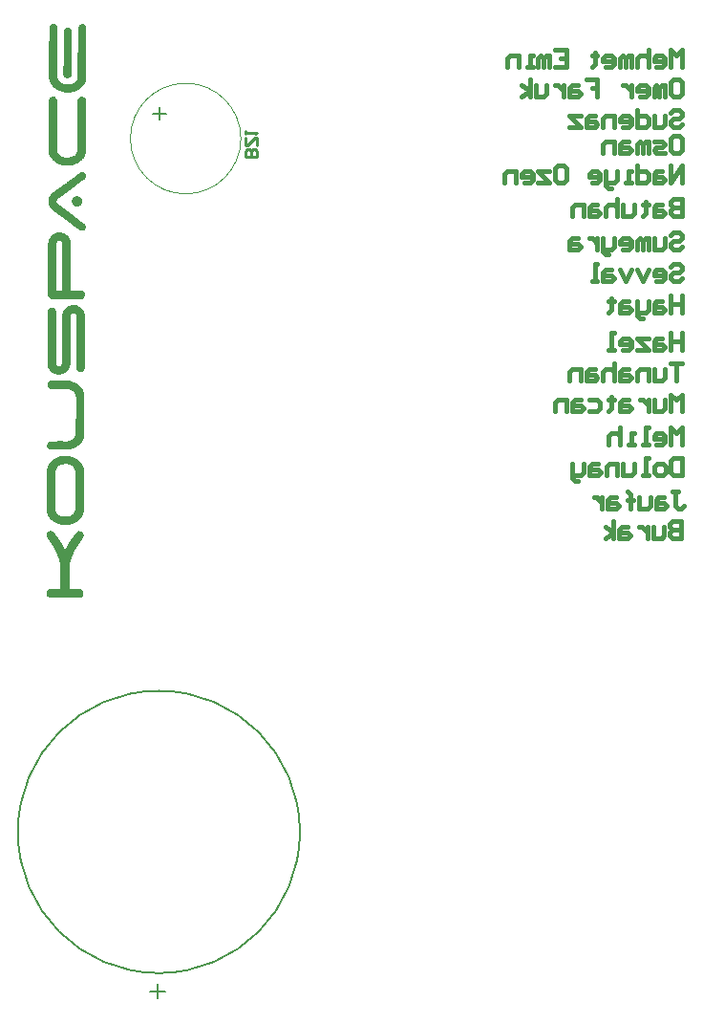
<source format=gbo>
G04*
G04 #@! TF.GenerationSoftware,Altium Limited,Altium Designer,22.9.1 (49)*
G04*
G04 Layer_Color=32896*
%FSLAX25Y25*%
%MOIN*%
G70*
G04*
G04 #@! TF.SameCoordinates,5637A8B9-9DC4-41E7-96B4-60DE8AE1DB3B*
G04*
G04*
G04 #@! TF.FilePolarity,Positive*
G04*
G01*
G75*
%ADD10C,0.00787*%
%ADD11C,0.00394*%
%ADD13C,0.01575*%
%ADD15C,0.01000*%
G36*
X13949Y171848D02*
X13927Y171781D01*
X13882Y171670D01*
X13837Y171625D01*
X13793Y171447D01*
X13704Y171246D01*
X13681Y171157D01*
X13614Y171001D01*
X13592Y170912D01*
X13503Y170823D01*
X13481Y170599D01*
X13391Y170510D01*
X13369Y170198D01*
X13280Y170109D01*
X13258Y169819D01*
X13191Y169752D01*
X13168Y169596D01*
X13146Y169328D01*
X13102Y169306D01*
X13057Y169194D01*
X13079Y169038D01*
X13057Y168971D01*
X13035Y168771D01*
X12968Y168726D01*
X12945Y167946D01*
X12856Y167745D01*
X12845Y160151D01*
X12867Y160084D01*
X12957Y160062D01*
X13113Y160084D01*
X16436Y160062D01*
X16592Y159995D01*
X16859Y159973D01*
X16971Y159861D01*
X17105Y159839D01*
X17138Y159805D01*
X17149Y159772D01*
X17261Y159705D01*
X17328Y159638D01*
X17428Y159582D01*
X17473Y159471D01*
X17562Y159382D01*
X17584Y159337D01*
X17651Y159270D01*
X17696Y159092D01*
X17763Y159025D01*
X17785Y158869D01*
X17763Y158088D01*
X17729Y158055D01*
X17684Y158032D01*
X17651Y157865D01*
X17562Y157776D01*
X17528Y157653D01*
X17495Y157642D01*
X17473Y157597D01*
X17395Y157497D01*
X17350Y157475D01*
X17305Y157408D01*
X17194Y157363D01*
X17149Y157319D01*
X17004Y157241D01*
X16993Y157207D01*
X16904Y157185D01*
X16759Y157129D01*
X16726Y157096D01*
X16502Y157073D01*
X9567Y157096D01*
X9500Y157118D01*
X5954Y157140D01*
X5887Y157162D01*
X5720Y157196D01*
X5641Y157296D01*
X5485Y157319D01*
X5430Y157397D01*
X5318Y157441D01*
X5262Y157497D01*
X5162Y157553D01*
X5117Y157664D01*
X5051Y157731D01*
X4995Y157832D01*
X4950Y157854D01*
X4872Y157977D01*
X4828Y158088D01*
X4850Y159203D01*
X4894Y159248D01*
X4972Y159415D01*
X5017Y159437D01*
X5073Y159515D01*
X5418Y159861D01*
X5530Y159928D01*
X5641Y159973D01*
X5764Y160006D01*
X5820Y160062D01*
X5976Y160084D01*
X6065Y160106D01*
X9734Y160095D01*
X9756Y160162D01*
X9779Y163797D01*
X9756Y168481D01*
X9645Y168592D01*
X9622Y169150D01*
X9533Y169239D01*
X9511Y169618D01*
X9444Y169685D01*
X9422Y169841D01*
X9399Y170042D01*
X9332Y170109D01*
X9299Y170365D01*
X9221Y170510D01*
X9176Y170711D01*
X9132Y170756D01*
X9076Y170990D01*
X9042Y171023D01*
X8998Y171202D01*
X8909Y171402D01*
X8875Y171547D01*
X8820Y171603D01*
X8797Y171692D01*
X8775Y171826D01*
X8686Y171915D01*
X8663Y172094D01*
X8630Y172149D01*
X8597Y172161D01*
X8574Y172250D01*
X8552Y172361D01*
X8463Y172450D01*
X8440Y172607D01*
X8373Y172673D01*
X8351Y172830D01*
X8329Y172897D01*
X8262Y172941D01*
X8240Y173008D01*
X8262Y173075D01*
X8184Y173153D01*
X8151Y173164D01*
X8128Y173320D01*
X8095Y173354D01*
X8050Y173376D01*
X8017Y173543D01*
X7983Y173577D01*
X7939Y173599D01*
X7905Y173766D01*
X7827Y173822D01*
X7805Y173934D01*
X7727Y174012D01*
X7682Y174123D01*
X7615Y174190D01*
X7593Y174302D01*
X7526Y174346D01*
X7470Y174491D01*
X7414Y174547D01*
X7348Y174658D01*
X7236Y174859D01*
X7192Y174881D01*
X7169Y175038D01*
X7136Y175071D01*
X7091Y175093D01*
X7024Y175227D01*
X6991Y175260D01*
X6935Y175383D01*
X6890Y175406D01*
X6857Y175439D01*
X6835Y175573D01*
X6801Y175606D01*
X6768Y175617D01*
X6701Y175729D01*
X6656Y175774D01*
X6634Y175885D01*
X6600Y175918D01*
X6556Y175941D01*
X6478Y176063D01*
X6433Y176175D01*
X6411Y176219D01*
X6333Y176275D01*
X6255Y176398D01*
X6166Y176554D01*
X6121Y176599D01*
X6099Y176643D01*
X6065Y176699D01*
X6032Y176710D01*
X5943Y176866D01*
X5864Y176989D01*
X5820Y177011D01*
X5708Y177190D01*
X5675Y177268D01*
X5564Y177379D01*
X5541Y177446D01*
X5497Y177491D01*
X5452Y177602D01*
X5418Y177636D01*
X5374Y177658D01*
X5329Y177769D01*
X5274Y177825D01*
X5251Y177915D01*
X5218Y177948D01*
X5173Y177970D01*
X5140Y178004D01*
X5117Y178071D01*
X5051Y178138D01*
X5028Y178271D01*
X4917Y178427D01*
X4872Y178584D01*
X4850Y178673D01*
X4872Y179253D01*
X4917Y179364D01*
X4939Y179409D01*
X4995Y179464D01*
X5028Y179476D01*
X5051Y179565D01*
X5028Y179587D01*
X5084Y179665D01*
X5129Y179687D01*
X5162Y179788D01*
X5184Y179832D01*
X5251Y179899D01*
X5274Y179944D01*
X5307Y179977D01*
X5352Y180000D01*
X5418Y180089D01*
X5530Y180156D01*
X5731Y180267D01*
X5842Y180312D01*
X6021Y180334D01*
X6088Y180401D01*
X6378Y180423D01*
X6600Y180401D01*
X6656Y180368D01*
X6667Y180334D01*
X6757Y180312D01*
X6935Y180290D01*
X7024Y180200D01*
X7136Y180178D01*
X7247Y180067D01*
X7281Y180055D01*
X7303Y180011D01*
X7337Y179977D01*
X7381Y179955D01*
X7437Y179877D01*
X7504Y179832D01*
X7526Y179788D01*
X7559Y179754D01*
X7593Y179743D01*
X7660Y179632D01*
X7704Y179587D01*
X7727Y179543D01*
X7794Y179476D01*
X7849Y179353D01*
X7894Y179331D01*
X7927Y179297D01*
X7950Y179253D01*
X8039Y179163D01*
X8061Y179119D01*
X8128Y179007D01*
X8151Y178963D01*
X8262Y178851D01*
X8284Y178806D01*
X8351Y178762D01*
X8385Y178639D01*
X8463Y178561D01*
X8485Y178517D01*
X8574Y178427D01*
X8597Y178383D01*
X8663Y178316D01*
X8686Y178204D01*
X8719Y178171D01*
X8764Y178149D01*
X8820Y178071D01*
X8853Y178037D01*
X8886Y178026D01*
X8909Y177870D01*
X8987Y177814D01*
X9020Y177781D01*
X9031Y177747D01*
X9076Y177725D01*
X9110Y177691D01*
X9132Y177624D01*
X9176Y177580D01*
X9266Y177424D01*
X9332Y177357D01*
X9355Y177312D01*
X9399Y177268D01*
X9455Y177123D01*
X9533Y177045D01*
X9556Y177000D01*
X9622Y176933D01*
X9656Y176811D01*
X9756Y176710D01*
X9779Y176621D01*
X9845Y176554D01*
X9868Y176487D01*
X9957Y176398D01*
X9979Y176264D01*
X10013Y176231D01*
X10057Y176208D01*
X10080Y176075D01*
X10180Y175974D01*
X10247Y175863D01*
X10269Y175796D01*
X10325Y175695D01*
X10369Y175673D01*
X10392Y175539D01*
X10492Y175439D01*
X10526Y175316D01*
X10604Y175238D01*
X10626Y175149D01*
X10693Y175082D01*
X10749Y174937D01*
X10782Y174926D01*
X10804Y174837D01*
X10871Y174725D01*
X10916Y174681D01*
X10949Y174558D01*
X11027Y174480D01*
X11050Y174346D01*
X11139Y174257D01*
X11161Y174123D01*
X11195Y174090D01*
X11239Y174067D01*
X11273Y173900D01*
X11362Y173811D01*
X11373Y173777D01*
X11462Y173800D01*
X11473Y173922D01*
X11451Y173967D01*
X11552Y174090D01*
X11574Y174179D01*
X11607Y174257D01*
X11652Y174302D01*
X11697Y174413D01*
X11719Y174458D01*
X11763Y174502D01*
X11830Y174681D01*
X11875Y174725D01*
X11919Y174837D01*
X11986Y174904D01*
X12031Y175015D01*
X12076Y175060D01*
X12120Y175171D01*
X12143Y175216D01*
X12187Y175260D01*
X12243Y175406D01*
X12299Y175461D01*
X12343Y175573D01*
X12377Y175606D01*
X12421Y175628D01*
X12455Y175796D01*
X12522Y175840D01*
X12566Y175952D01*
X12611Y175996D01*
X12655Y176108D01*
X12733Y176164D01*
X12756Y176298D01*
X12856Y176398D01*
X12878Y176509D01*
X12945Y176576D01*
X12968Y176621D01*
X13023Y176677D01*
X13057Y176688D01*
X13102Y176866D01*
X13168Y176911D01*
X13235Y177022D01*
X13325Y177179D01*
X13391Y177245D01*
X13458Y177357D01*
X13681Y177669D01*
X13815Y177803D01*
X13837Y177915D01*
X13871Y177948D01*
X13904Y177959D01*
X13927Y178004D01*
X14038Y178115D01*
X14061Y178204D01*
X14105Y178249D01*
X14172Y178360D01*
X14350Y178539D01*
X14373Y178650D01*
X14462Y178740D01*
X14484Y178784D01*
X14518Y178818D01*
X14551Y178829D01*
X14573Y178873D01*
X14629Y178929D01*
X14663Y178940D01*
X14685Y179030D01*
X14707Y179074D01*
X14774Y179141D01*
X14796Y179186D01*
X14886Y179275D01*
X14908Y179320D01*
X14941Y179353D01*
X14986Y179375D01*
X15031Y179487D01*
X15086Y179543D01*
X15109Y179587D01*
X15198Y179676D01*
X15220Y179721D01*
X15332Y179832D01*
X15343Y179866D01*
X15387Y179888D01*
X15588Y180089D01*
X15878Y180245D01*
X16034Y180312D01*
X16904Y180290D01*
X16949Y180223D01*
X17038Y180200D01*
X17149Y180178D01*
X17239Y180089D01*
X17283Y180067D01*
X17350Y180000D01*
X17450Y179944D01*
X17473Y179899D01*
X17506Y179866D01*
X17551Y179844D01*
X17629Y179721D01*
X17673Y179609D01*
X17684Y179576D01*
X17729Y179554D01*
X17785Y179498D01*
X17807Y179342D01*
X17874Y179275D01*
X17885Y179085D01*
X17874Y178539D01*
X17896Y178472D01*
X17863Y178394D01*
X17818Y178372D01*
X17785Y178338D01*
X17763Y178160D01*
X17696Y178093D01*
X17673Y178004D01*
X17618Y177948D01*
X17573Y177926D01*
X17528Y177814D01*
X17473Y177758D01*
X17450Y177669D01*
X17417Y177636D01*
X17372Y177613D01*
X17317Y177535D01*
X17250Y177468D01*
X17227Y177379D01*
X17205Y177335D01*
X17161Y177312D01*
X17138Y177268D01*
X17027Y177156D01*
X17004Y177067D01*
X16937Y177000D01*
X16882Y176900D01*
X16837Y176877D01*
X16759Y176755D01*
X16714Y176710D01*
X16647Y176599D01*
X16536Y176443D01*
X16491Y176398D01*
X16424Y176286D01*
X16346Y176142D01*
X16302Y176119D01*
X16224Y175996D01*
X16146Y175829D01*
X16101Y175807D01*
X16068Y175774D01*
X16012Y175673D01*
X15979Y175662D01*
X15945Y175517D01*
X15845Y175439D01*
X15822Y175327D01*
X15755Y175260D01*
X15733Y175216D01*
X15644Y175127D01*
X15622Y175038D01*
X15610Y174982D01*
X15566Y174959D01*
X15532Y174926D01*
X15488Y174814D01*
X15443Y174770D01*
X15387Y174647D01*
X15343Y174625D01*
X15309Y174592D01*
X15287Y174480D01*
X15220Y174413D01*
X15042Y174101D01*
X14997Y174056D01*
X14975Y173967D01*
X14908Y173900D01*
X14863Y173789D01*
X14796Y173722D01*
X14763Y173577D01*
X14685Y173499D01*
X14663Y173365D01*
X14573Y173276D01*
X14551Y173164D01*
X14518Y173131D01*
X14473Y173108D01*
X14440Y172941D01*
X14373Y172874D01*
X14350Y172785D01*
X14328Y172651D01*
X14261Y172607D01*
X14217Y172428D01*
X14150Y172361D01*
X14127Y172272D01*
X14116Y172194D01*
X14072Y172172D01*
X14038Y172138D01*
X14016Y172049D01*
X13994Y171915D01*
X13949Y171871D01*
Y171848D01*
D02*
G37*
G36*
X4939Y200127D02*
X4961Y200194D01*
X4984Y200239D01*
X5051Y200395D01*
X5073Y202157D01*
X5117Y202201D01*
X5129Y202235D01*
X5140Y202246D01*
X5162Y202536D01*
X5195Y202569D01*
X5240Y202591D01*
X5262Y202837D01*
X5285Y202881D01*
X5329Y202904D01*
X5363Y202937D01*
X5385Y203116D01*
X5474Y203249D01*
X5497Y203316D01*
X5564Y203383D01*
X5597Y203506D01*
X5675Y203562D01*
X5720Y203673D01*
X5764Y203718D01*
X5831Y203829D01*
X5898Y203896D01*
X5954Y203996D01*
X5987Y204008D01*
X6054Y204119D01*
X6099Y204164D01*
X6121Y204208D01*
X6233Y204320D01*
X6255Y204364D01*
X6344Y204454D01*
X6355Y204487D01*
X6400Y204509D01*
X6433Y204543D01*
X6455Y204588D01*
X6534Y204643D01*
X6578Y204710D01*
X6623Y204732D01*
X6690Y204799D01*
X6734Y204822D01*
X6768Y204855D01*
X6790Y204900D01*
X6968Y205011D01*
X7046Y205067D01*
X7113Y205134D01*
X7158Y205156D01*
X7247Y205245D01*
X7359Y205312D01*
X7504Y205390D01*
X7526Y205435D01*
X7559Y205468D01*
X7671Y205535D01*
X7738Y205558D01*
X7849Y205625D01*
X7894Y205669D01*
X8028Y205692D01*
X8072Y205758D01*
X8251Y205803D01*
X8295Y205870D01*
X8474Y205914D01*
X8541Y205981D01*
X8630Y206004D01*
X8742Y206026D01*
X8808Y206093D01*
X8964Y206115D01*
X9031Y206137D01*
X9076Y206182D01*
X9165Y206204D01*
X9388Y206227D01*
X9477Y206316D01*
X9834Y206338D01*
X9879Y206383D01*
X10035Y206427D01*
X10414Y206450D01*
X10481Y206472D01*
X10659Y206517D01*
X11284Y206539D01*
X12533Y206517D01*
X12644Y206450D01*
X12756Y206427D01*
X12823Y206450D01*
X12979Y206427D01*
X13113Y206405D01*
X13180Y206338D01*
X13269Y206316D01*
X13559Y206294D01*
X13626Y206227D01*
X13715Y206204D01*
X13916Y206182D01*
X13982Y206115D01*
X14183Y206093D01*
X14272Y206004D01*
X14451Y205981D01*
X14518Y205914D01*
X14663Y205881D01*
X14796Y205792D01*
X14886Y205769D01*
X15020Y205680D01*
X15098Y205647D01*
X15164Y205580D01*
X15276Y205558D01*
X15365Y205468D01*
X15477Y205401D01*
X15633Y205312D01*
X15700Y205245D01*
X15744Y205223D01*
X15789Y205156D01*
X15900Y205089D01*
X16057Y204978D01*
X16101Y204933D01*
X16146Y204911D01*
X16202Y204833D01*
X16280Y204777D01*
X16402Y204654D01*
X16413Y204621D01*
X16458Y204599D01*
X16514Y204543D01*
X16525Y204509D01*
X16569Y204487D01*
X16826Y204231D01*
X16848Y204186D01*
X16937Y204097D01*
X16960Y204052D01*
X17027Y203985D01*
X17049Y203941D01*
X17094Y203896D01*
X17172Y203751D01*
X17216Y203729D01*
X17294Y203606D01*
X17395Y203417D01*
X17439Y203394D01*
X17461Y203261D01*
X17484Y203216D01*
X17528Y203194D01*
X17562Y203160D01*
X17584Y203026D01*
X17673Y202937D01*
X17696Y202781D01*
X17763Y202714D01*
X17785Y202558D01*
X17807Y202469D01*
X17852Y202424D01*
X17874Y202335D01*
X17896Y202000D01*
X17941Y201956D01*
X17963Y201911D01*
X17986Y201844D01*
X18008Y200818D01*
X17986Y191028D01*
X17963Y187504D01*
X17896Y187437D01*
X17874Y187147D01*
X17852Y186746D01*
X17785Y186701D01*
X17763Y186367D01*
X17673Y186278D01*
X17651Y186055D01*
X17584Y185988D01*
X17562Y185898D01*
X17495Y185787D01*
X17450Y185676D01*
X17428Y185609D01*
X17361Y185542D01*
X17272Y185386D01*
X17216Y185263D01*
X17172Y185241D01*
X17138Y185207D01*
X17071Y185096D01*
X17027Y185051D01*
X17004Y185006D01*
X16937Y184940D01*
X16915Y184895D01*
X16815Y184772D01*
X16759Y184694D01*
X16213Y184148D01*
X16168Y184125D01*
X16146Y184081D01*
X16101Y184059D01*
X16012Y183969D01*
X15967Y183947D01*
X15811Y183836D01*
X15767Y183813D01*
X15733Y183780D01*
X15722Y183746D01*
X15677Y183724D01*
X15622Y183691D01*
X15610Y183657D01*
X15465Y183601D01*
X15387Y183523D01*
X15343Y183501D01*
X15276Y183434D01*
X15187Y183412D01*
X15120Y183390D01*
X15086Y183356D01*
X15075Y183323D01*
X14930Y183267D01*
X14875Y183211D01*
X14752Y183178D01*
X14674Y183122D01*
X14607Y183100D01*
X14473Y183077D01*
X14406Y182988D01*
X14228Y182966D01*
X14161Y182899D01*
X14072Y182877D01*
X13916Y182854D01*
X13849Y182787D01*
X13692Y182765D01*
X13581Y182743D01*
X13514Y182676D01*
X13291Y182654D01*
X13180Y182631D01*
X13135Y182587D01*
X13046Y182564D01*
X12655Y182509D01*
X12466Y182453D01*
X12120Y182419D01*
X11819Y182386D01*
X10793Y182408D01*
X10749Y182431D01*
X10704Y182408D01*
X10637Y182431D01*
X10325Y182475D01*
X10213Y182520D01*
X9901Y182542D01*
X9834Y182564D01*
X9790Y182587D01*
X9745Y182631D01*
X9656Y182654D01*
X9388Y182676D01*
X9299Y182765D01*
X9054Y182787D01*
X8964Y182877D01*
X8742Y182899D01*
X8675Y182966D01*
X8585Y182988D01*
X8474Y183010D01*
X8407Y183077D01*
X8206Y183122D01*
X8139Y183189D01*
X8050Y183211D01*
X7961Y183300D01*
X7849Y183323D01*
X7760Y183412D01*
X7649Y183434D01*
X7559Y183523D01*
X7448Y183590D01*
X7292Y183679D01*
X7225Y183746D01*
X7180Y183769D01*
X7113Y183836D01*
X7002Y183903D01*
X6957Y183947D01*
X6913Y183969D01*
X6824Y184059D01*
X6779Y184081D01*
X6746Y184114D01*
X6734Y184148D01*
X6690Y184170D01*
X6121Y184739D01*
X6099Y184783D01*
X6010Y184873D01*
X5987Y184917D01*
X5920Y184984D01*
X5898Y185029D01*
X5787Y185185D01*
X5764Y185230D01*
X5697Y185274D01*
X5608Y185430D01*
X5530Y185575D01*
X5485Y185598D01*
X5463Y185731D01*
X5363Y185832D01*
X5340Y185965D01*
X5274Y186032D01*
X5251Y186122D01*
X5229Y186233D01*
X5162Y186300D01*
X5117Y186612D01*
X5051Y186657D01*
X5039Y186757D01*
X5051Y186991D01*
X4961Y187125D01*
X4939Y187214D01*
X4917Y187504D01*
X4939Y200127D01*
D02*
G37*
G36*
X14618Y209315D02*
X14506Y209271D01*
X14473Y209238D01*
X14350Y209204D01*
X14239Y209159D01*
X14116Y209104D01*
X13759Y208992D01*
X13614Y208936D01*
X13525Y208914D01*
X13391Y208892D01*
X13302Y208870D01*
X13157Y208814D01*
X12934Y208791D01*
X12789Y208758D01*
X12667Y208724D01*
X12510Y208702D01*
X12154Y208680D01*
X11596Y208658D01*
X6299Y208691D01*
X6088Y208724D01*
X5708Y208925D01*
X5641Y208992D01*
X5597Y209014D01*
X5363Y209249D01*
X5340Y209293D01*
X5274Y209360D01*
X5218Y209505D01*
X5162Y209561D01*
X5140Y209739D01*
X5073Y209895D01*
X5051Y210118D01*
X5073Y210453D01*
X5140Y210609D01*
X5162Y210698D01*
X5184Y210765D01*
X5251Y210832D01*
X5285Y210955D01*
X5307Y210999D01*
X5340Y211011D01*
X5363Y211055D01*
X5396Y211111D01*
X5441Y211133D01*
X5497Y211211D01*
X5530Y211245D01*
X5575Y211267D01*
X5664Y211356D01*
X5708Y211379D01*
X5842Y211468D01*
X5998Y211535D01*
X6088Y211557D01*
X6199Y211601D01*
X6288Y211624D01*
X10626Y211635D01*
X10760Y211613D01*
X11752Y211601D01*
X11819Y211624D01*
X12321Y211657D01*
X12566Y211702D01*
X12689Y211735D01*
X12778Y211758D01*
X12979Y211780D01*
X13113Y211869D01*
X13291Y211891D01*
X13425Y211981D01*
X13514Y212003D01*
X13648Y212092D01*
X13737Y212114D01*
X13804Y212181D01*
X13916Y212248D01*
X13982Y212315D01*
X14027Y212337D01*
X14116Y212427D01*
X14161Y212449D01*
X14350Y212638D01*
X14373Y212683D01*
X14484Y212795D01*
X14506Y212839D01*
X14573Y212906D01*
X14640Y213018D01*
X14729Y213174D01*
X14975Y213687D01*
X15008Y213876D01*
X15064Y214021D01*
X15086Y214110D01*
X15109Y214869D01*
X15131Y217500D01*
X15153Y221180D01*
X15198Y221292D01*
X15176Y227112D01*
X15153Y227179D01*
X15109Y227358D01*
X15086Y227581D01*
X15064Y227670D01*
X14997Y227826D01*
X14941Y227971D01*
X14774Y228294D01*
X14685Y228428D01*
X14618Y228540D01*
X14573Y228584D01*
X14551Y228629D01*
X14484Y228696D01*
X14462Y228741D01*
X14428Y228796D01*
X14384Y228818D01*
X14350Y228852D01*
X14328Y228897D01*
X14250Y228952D01*
X14205Y229019D01*
X14161Y229042D01*
X14127Y229075D01*
X14116Y229109D01*
X14005Y229175D01*
X13849Y229265D01*
X13782Y229331D01*
X13637Y229387D01*
X13581Y229443D01*
X13458Y229476D01*
X13380Y229532D01*
X13313Y229555D01*
X13168Y229588D01*
X13135Y229621D01*
X12979Y229666D01*
X12756Y229688D01*
X12600Y229755D01*
X12444Y229778D01*
X12053Y229811D01*
X10537Y229833D01*
X10414Y229867D01*
X6333Y229889D01*
X6266Y229911D01*
X6154Y229934D01*
X6110Y229978D01*
X5987Y230012D01*
X5954Y230045D01*
X5798Y230134D01*
X5731Y230201D01*
X5686Y230224D01*
X5641Y230291D01*
X5597Y230313D01*
X5541Y230391D01*
X5508Y230424D01*
X5474Y230435D01*
X5452Y230480D01*
X5385Y230547D01*
X5329Y230692D01*
X5274Y230748D01*
X5240Y230937D01*
X5207Y230971D01*
X5162Y231127D01*
X5184Y231640D01*
X5251Y231796D01*
X5285Y231963D01*
X5363Y232041D01*
X5385Y232130D01*
X5430Y232175D01*
X5452Y232220D01*
X5497Y232264D01*
X5519Y232309D01*
X5731Y232521D01*
X5775Y232543D01*
X5909Y232632D01*
X6021Y232699D01*
X6132Y232744D01*
X6299Y232777D01*
X6400Y232811D01*
X6556Y232833D01*
X7113Y232811D01*
X11886Y232788D01*
X11953Y232766D01*
X12644Y232744D01*
X12711Y232721D01*
X12867Y232699D01*
X12979Y232655D01*
X13202Y232632D01*
X13347Y232599D01*
X13492Y232543D01*
X13581Y232521D01*
X13715Y232498D01*
X13871Y232431D01*
X13994Y232398D01*
X14105Y232353D01*
X14284Y232287D01*
X14428Y232231D01*
X14540Y232186D01*
X14696Y232119D01*
X14741Y232097D01*
X14852Y232030D01*
X14964Y231985D01*
X15008Y231941D01*
X15120Y231896D01*
X15187Y231874D01*
X15254Y231807D01*
X15343Y231785D01*
X15499Y231673D01*
X15610Y231606D01*
X15889Y231417D01*
X15923Y231383D01*
X15967Y231361D01*
X16090Y231261D01*
X16168Y231205D01*
X16213Y231160D01*
X16257Y231138D01*
X16413Y230982D01*
X16458Y230960D01*
X16514Y230904D01*
X16525Y230870D01*
X16569Y230848D01*
X16625Y230792D01*
X16636Y230759D01*
X16681Y230736D01*
X16714Y230703D01*
X16737Y230658D01*
X16770Y230625D01*
X16804Y230614D01*
X16826Y230569D01*
X16893Y230502D01*
X16915Y230458D01*
X17027Y230346D01*
X17049Y230302D01*
X17116Y230235D01*
X17138Y230190D01*
X17205Y230123D01*
X17227Y230079D01*
X17339Y229923D01*
X17361Y229878D01*
X17428Y229811D01*
X17473Y229699D01*
X17540Y229633D01*
X17595Y229488D01*
X17629Y229454D01*
X17673Y229343D01*
X17696Y229276D01*
X17740Y229231D01*
X17785Y229075D01*
X17852Y228963D01*
X17874Y228897D01*
X17896Y228763D01*
X17986Y228562D01*
X18008Y228317D01*
X18075Y228161D01*
X18097Y227871D01*
X18119Y227179D01*
X18075Y213977D01*
X18053Y213910D01*
X18030Y213486D01*
X18008Y213419D01*
X17986Y213263D01*
X17963Y212973D01*
X17896Y212817D01*
X17874Y212661D01*
X17852Y212572D01*
X17785Y212505D01*
X17751Y212315D01*
X17696Y212237D01*
X17673Y212170D01*
X17651Y212081D01*
X17629Y212036D01*
X17562Y211969D01*
X17528Y211847D01*
X17473Y211791D01*
X17383Y211635D01*
X17161Y211323D01*
X16949Y211044D01*
X16915Y211011D01*
X16893Y210966D01*
X16859Y210932D01*
X16826Y210921D01*
X16804Y210877D01*
X16692Y210765D01*
X16670Y210721D01*
X16525Y210576D01*
X16480Y210553D01*
X16324Y210397D01*
X16280Y210375D01*
X16101Y210196D01*
X16057Y210174D01*
X15990Y210107D01*
X15834Y210018D01*
X15789Y209973D01*
X15744Y209951D01*
X15610Y209862D01*
X15566Y209840D01*
X15499Y209773D01*
X15354Y209717D01*
X15276Y209639D01*
X15187Y209617D01*
X15120Y209550D01*
X14975Y209494D01*
X14941Y209460D01*
X14830Y209416D01*
X14785Y209394D01*
X14629Y209327D01*
X14618Y209315D01*
D02*
G37*
G36*
X10225Y239312D02*
X10247Y243683D01*
X10269Y243750D01*
X10303Y254599D01*
X10325Y254733D01*
X10347Y255625D01*
X10369Y255804D01*
X10414Y256049D01*
X10459Y256161D01*
X10503Y256384D01*
X10604Y256618D01*
X10626Y256707D01*
X10671Y256752D01*
X10749Y256963D01*
X10804Y257019D01*
X10838Y257142D01*
X10916Y257220D01*
X10960Y257331D01*
X11027Y257398D01*
X11094Y257510D01*
X11139Y257555D01*
X11206Y257666D01*
X11362Y257822D01*
X11384Y257867D01*
X11641Y258123D01*
X11685Y258145D01*
X11774Y258235D01*
X11819Y258257D01*
X11886Y258324D01*
X11998Y258391D01*
X12065Y258458D01*
X12109Y258480D01*
X12154Y258525D01*
X12299Y258580D01*
X12377Y258659D01*
X12510Y258681D01*
X12577Y258748D01*
X12667Y258770D01*
X12912Y258881D01*
X13046Y258904D01*
X13090Y258948D01*
X13202Y258993D01*
X13425Y259015D01*
X13536Y259060D01*
X13626Y259082D01*
X13782Y259104D01*
X14484Y259116D01*
X14953Y259093D01*
X15142Y259060D01*
X15254Y259015D01*
X15343Y258993D01*
X15499Y258971D01*
X15700Y258881D01*
X15834Y258859D01*
X15900Y258792D01*
X16045Y258759D01*
X16079Y258725D01*
X16123Y258703D01*
X16324Y258592D01*
X16480Y258502D01*
X16525Y258458D01*
X16636Y258391D01*
X16793Y258279D01*
X16915Y258179D01*
X16971Y258123D01*
X17016Y258101D01*
X17060Y258034D01*
X17105Y258012D01*
X17138Y257978D01*
X17161Y257934D01*
X17239Y257878D01*
X17283Y257811D01*
X17317Y257800D01*
X17339Y257755D01*
X17450Y257644D01*
X17473Y257599D01*
X17540Y257532D01*
X17584Y257421D01*
X17651Y257354D01*
X17718Y257242D01*
X17785Y257086D01*
X17807Y257042D01*
X17874Y256975D01*
X17896Y256841D01*
X17963Y256774D01*
X17986Y256685D01*
X18019Y256562D01*
X18053Y256529D01*
X18097Y256417D01*
X18119Y256216D01*
X18186Y256105D01*
X18209Y255949D01*
X18242Y255558D01*
X18275Y255436D01*
X18298Y255280D01*
X18287Y255157D01*
X18298Y254432D01*
X18275Y254388D01*
X18298Y254321D01*
X18287Y253930D01*
X18298Y252737D01*
X18275Y252670D01*
X18298Y252514D01*
X18253Y252403D01*
X18231Y252314D01*
X18198Y237115D01*
X18175Y236981D01*
X18097Y236725D01*
X18075Y236635D01*
X17986Y236502D01*
X17963Y236412D01*
X17874Y236323D01*
X17852Y236279D01*
X17640Y236067D01*
X17595Y236044D01*
X17528Y235977D01*
X17484Y235955D01*
X17105Y235777D01*
X16614Y235754D01*
X16313Y235788D01*
X16202Y235833D01*
X16057Y235888D01*
X16012Y235911D01*
X15856Y236022D01*
X15811Y236067D01*
X15767Y236089D01*
X15555Y236301D01*
X15488Y236412D01*
X15421Y236479D01*
X15399Y236568D01*
X15332Y236680D01*
X15309Y236769D01*
X15287Y236948D01*
X15243Y237059D01*
X15220Y237148D01*
X15243Y237817D01*
X15265Y237884D01*
X15254Y238007D01*
X15265Y241519D01*
X15243Y241586D01*
X15265Y241943D01*
X15243Y242010D01*
X15254Y242980D01*
X15243Y243036D01*
X15265Y243103D01*
X15309Y243259D01*
X15321Y255402D01*
X15287Y255592D01*
X15243Y255637D01*
X15187Y255782D01*
X15131Y255837D01*
X15109Y255882D01*
X14897Y256094D01*
X14852Y256116D01*
X14718Y256205D01*
X14551Y256239D01*
X14428Y256272D01*
X14116Y256250D01*
X14049Y256228D01*
X13960Y256205D01*
X13849Y256183D01*
X13782Y256116D01*
X13670Y256049D01*
X13481Y255860D01*
X13458Y255815D01*
X13391Y255748D01*
X13358Y255603D01*
X13280Y255525D01*
X13258Y247608D01*
X13235Y247340D01*
X13191Y247229D01*
X13213Y247140D01*
X13191Y241876D01*
X13168Y241809D01*
X13146Y238174D01*
X13079Y238018D01*
X13057Y237929D01*
X13035Y237706D01*
X12990Y237661D01*
X12945Y237505D01*
X12923Y237416D01*
X12878Y237371D01*
X12800Y237159D01*
X12767Y237126D01*
X12722Y237015D01*
X12700Y236970D01*
X12655Y236925D01*
X12566Y236769D01*
X12377Y236490D01*
X12343Y236457D01*
X12321Y236412D01*
X12232Y236323D01*
X12209Y236279D01*
X12098Y236167D01*
X12076Y236122D01*
X11931Y235977D01*
X11886Y235955D01*
X11708Y235777D01*
X11663Y235754D01*
X11596Y235687D01*
X11440Y235598D01*
X11395Y235554D01*
X11284Y235487D01*
X11083Y235375D01*
X10972Y235331D01*
X10927Y235308D01*
X10816Y235242D01*
X10726Y235219D01*
X10526Y235130D01*
X10347Y235085D01*
X10191Y235018D01*
X10035Y234996D01*
X9857Y234974D01*
X9745Y234929D01*
X9455Y234907D01*
X8652Y234929D01*
X8585Y234952D01*
X8429Y234996D01*
X8162Y235018D01*
X7961Y235108D01*
X7794Y235141D01*
X7716Y235197D01*
X7649Y235219D01*
X7559Y235242D01*
X7515Y235264D01*
X7470Y235308D01*
X7381Y235331D01*
X7270Y235398D01*
X7113Y235487D01*
X7069Y235531D01*
X6957Y235598D01*
X6801Y235687D01*
X6712Y235777D01*
X6667Y235799D01*
X6578Y235888D01*
X6545Y235899D01*
X6522Y235944D01*
X6121Y236345D01*
X6099Y236390D01*
X6010Y236479D01*
X5987Y236546D01*
X5920Y236613D01*
X5898Y236658D01*
X5787Y236814D01*
X5764Y236858D01*
X5653Y237059D01*
X5474Y237438D01*
X5441Y237561D01*
X5407Y237594D01*
X5385Y237684D01*
X5329Y237918D01*
X5274Y238040D01*
X5251Y238442D01*
X5229Y238509D01*
X5262Y249515D01*
X5285Y255068D01*
X5307Y257030D01*
X5352Y257142D01*
X5385Y257354D01*
X5474Y257488D01*
X5497Y257555D01*
X5653Y257755D01*
X5697Y257800D01*
X5720Y257844D01*
X5764Y257867D01*
X5775Y257900D01*
X5820Y257923D01*
X5931Y258034D01*
X6043Y258101D01*
X6333Y258235D01*
X6489Y258257D01*
X6600Y258302D01*
X7046Y258279D01*
X7158Y258235D01*
X7314Y258212D01*
X7448Y258123D01*
X7537Y258101D01*
X7604Y258034D01*
X7649Y258012D01*
X7738Y257923D01*
X7783Y257900D01*
X7927Y257755D01*
X7950Y257711D01*
X8017Y257644D01*
X8039Y257599D01*
X8217Y257220D01*
X8240Y256997D01*
X8262Y256841D01*
X8240Y256707D01*
X8262Y256640D01*
X8240Y256484D01*
X8251Y255625D01*
X8240Y255525D01*
X8262Y255458D01*
X8251Y255068D01*
X8262Y255034D01*
X8240Y254967D01*
X8251Y253797D01*
X8240Y253629D01*
X8262Y253562D01*
X8229Y253150D01*
X8217Y253072D01*
X8240Y253005D01*
X8229Y252280D01*
X8240Y252113D01*
X8217Y252046D01*
X8229Y247909D01*
X8206Y247708D01*
X8195Y247630D01*
X8217Y247563D01*
X8195Y242300D01*
X8173Y242233D01*
X8195Y238576D01*
X8217Y238509D01*
X8273Y238364D01*
X8373Y238196D01*
X8396Y238152D01*
X8485Y238063D01*
X8496Y238029D01*
X8541Y238007D01*
X8630Y237918D01*
X8775Y237862D01*
X8831Y237806D01*
X8987Y237784D01*
X9266Y237773D01*
X9511Y237795D01*
X9589Y237851D01*
X9790Y237962D01*
X9979Y238152D01*
X10001Y238196D01*
X10068Y238263D01*
X10113Y238375D01*
X10135Y238420D01*
X10202Y238576D01*
X10225Y238865D01*
X10247Y238955D01*
X10225Y239111D01*
Y239289D01*
Y239312D01*
D02*
G37*
G36*
X5374Y271438D02*
X5396Y276968D01*
X5418Y277058D01*
X5430Y277136D01*
X5407Y277203D01*
X5430Y280704D01*
X5452Y280771D01*
X5485Y281117D01*
X5508Y281295D01*
X5575Y281473D01*
X5619Y281696D01*
X5720Y281930D01*
X6032Y282533D01*
X6076Y282577D01*
X6166Y282733D01*
X6210Y282778D01*
X6277Y282890D01*
X6322Y282934D01*
X6344Y282979D01*
X6411Y283046D01*
X6433Y283090D01*
X6534Y283213D01*
X6600Y283280D01*
X6645Y283302D01*
X6701Y283380D01*
X6779Y283436D01*
X6913Y283570D01*
X6957Y283592D01*
X7002Y283637D01*
X7046Y283659D01*
X7091Y283703D01*
X7136Y283726D01*
X7203Y283793D01*
X7515Y283971D01*
X7559Y284016D01*
X7649Y284038D01*
X7760Y284105D01*
X7827Y284127D01*
X7916Y284150D01*
X7961Y284172D01*
X8072Y284239D01*
X8262Y284272D01*
X8452Y284350D01*
X8742Y284373D01*
X8853Y284417D01*
X9065Y284451D01*
X9723Y284462D01*
X9790Y284439D01*
X10001Y284406D01*
X10102Y284373D01*
X10191Y284350D01*
X10247Y284361D01*
X10425Y284339D01*
X10615Y284261D01*
X10793Y284216D01*
X10949Y284150D01*
X11061Y284105D01*
X11106Y284060D01*
X11250Y284005D01*
X11418Y283904D01*
X11618Y283793D01*
X11685Y283726D01*
X11797Y283659D01*
X11841Y283614D01*
X11886Y283592D01*
X11953Y283525D01*
X11998Y283503D01*
X12131Y283369D01*
X12176Y283347D01*
X12232Y283269D01*
X12343Y283157D01*
X12365Y283113D01*
X12499Y282979D01*
X12522Y282934D01*
X12622Y282811D01*
X12700Y282689D01*
X12745Y282644D01*
X12812Y282533D01*
X12901Y282377D01*
X13057Y282042D01*
X13102Y281930D01*
X13146Y281886D01*
X13168Y281797D01*
X13191Y281663D01*
X13235Y281618D01*
X13258Y281529D01*
X13302Y281217D01*
X13369Y281061D01*
X13391Y280503D01*
X13369Y269352D01*
X13347Y269285D01*
X13325Y269196D01*
X13313Y264279D01*
X13336Y264234D01*
X13425Y264212D01*
X15120Y264189D01*
X15187Y264167D01*
X17149Y264145D01*
X17216Y264122D01*
X17361Y264089D01*
X17551Y263989D01*
X17684Y263899D01*
X17729Y263877D01*
X17796Y263810D01*
X17841Y263788D01*
X17963Y263665D01*
X17986Y263621D01*
X18097Y263464D01*
X18164Y263353D01*
X18231Y263197D01*
X18264Y263074D01*
X18298Y262974D01*
X18320Y262885D01*
X18298Y262349D01*
X18231Y262193D01*
X18209Y262104D01*
X18142Y261993D01*
X18053Y261837D01*
X17986Y261770D01*
X17963Y261725D01*
X17796Y261558D01*
X17751Y261535D01*
X17684Y261469D01*
X17640Y261446D01*
X17506Y261357D01*
X17283Y261268D01*
X17194Y261245D01*
X16770Y261223D01*
X11462Y261245D01*
X11440D01*
X6556Y261268D01*
X6489Y261290D01*
X6266Y261357D01*
X6021Y261491D01*
X5954Y261558D01*
X5909Y261580D01*
X5820Y261669D01*
X5775Y261691D01*
X5731Y261758D01*
X5697Y261770D01*
X5675Y261814D01*
X5586Y261903D01*
X5519Y262015D01*
X5474Y262126D01*
X5385Y262327D01*
X5363Y262550D01*
X5340Y262706D01*
X5374Y271438D01*
D02*
G37*
G36*
X15955Y297013D02*
X16095Y296943D01*
X16118D01*
X16188Y296919D01*
X16281Y296896D01*
X16421Y296803D01*
X16537Y296733D01*
X16666Y296628D01*
X16701Y296593D01*
X16747Y296570D01*
X16829Y296488D01*
X16852Y296442D01*
X16922Y296372D01*
X16945Y296325D01*
X17038Y296232D01*
X17062Y296139D01*
X17108Y296092D01*
X17155Y295976D01*
X17248Y295766D01*
X17271Y295393D01*
X17248Y294764D01*
X17155Y294554D01*
X17132Y294461D01*
X17038Y294321D01*
X16969Y294205D01*
X16922Y294158D01*
X16899Y294111D01*
X16654Y293867D01*
X16607Y293844D01*
X16561Y293797D01*
X16514Y293774D01*
X16467Y293727D01*
X16421Y293704D01*
X16304Y293657D01*
X16258Y293634D01*
X16095Y293564D01*
X15943Y293529D01*
X15850Y293506D01*
X15722Y293471D01*
X15163Y293494D01*
X15046Y293541D01*
X14953Y293564D01*
X14813Y293587D01*
X14766Y293634D01*
X14650Y293680D01*
X14603Y293704D01*
X14533Y293774D01*
X14370Y293867D01*
X14324Y293913D01*
X14277Y293937D01*
X14242Y293972D01*
X14219Y294018D01*
X14126Y294111D01*
X14102Y294158D01*
X14032Y294228D01*
X13962Y294344D01*
X13823Y294647D01*
X13799Y294741D01*
X13764Y294915D01*
X13741Y295102D01*
X13706Y295230D01*
X13729Y295463D01*
X13753Y295533D01*
X13776Y295626D01*
X13811Y295824D01*
X13834Y295917D01*
X13916Y296069D01*
X14056Y296325D01*
X14149Y296418D01*
X14172Y296465D01*
X14242Y296512D01*
X14266Y296558D01*
X14300Y296593D01*
X14347Y296617D01*
X14440Y296710D01*
X14487Y296733D01*
X14533Y296780D01*
X14836Y296919D01*
X14930Y296943D01*
X15046Y296989D01*
X15233Y297036D01*
X15955Y297013D01*
D02*
G37*
G36*
X17633Y305471D02*
X17749Y305425D01*
X17866Y305401D01*
X18006Y305308D01*
X18052Y305285D01*
X18122Y305215D01*
X18169Y305192D01*
X18390Y304970D01*
X18413Y304924D01*
X18460Y304877D01*
X18507Y304761D01*
X18530Y304714D01*
X18600Y304551D01*
X18623Y304388D01*
X18646Y304295D01*
X18623Y303782D01*
X18600Y303712D01*
X18576Y303596D01*
X18437Y303362D01*
X18390Y303316D01*
X18320Y303199D01*
X18215Y303095D01*
X18169Y303071D01*
X17947Y302920D01*
X17924Y302873D01*
X17796Y302792D01*
X17749Y302745D01*
X17633Y302675D01*
X17586Y302628D01*
X17539Y302605D01*
X17470Y302535D01*
X17353Y302465D01*
X17306Y302419D01*
X17190Y302349D01*
X17143Y302302D01*
X17097Y302279D01*
X17038Y302244D01*
X17027Y302209D01*
X16980Y302186D01*
X16852Y302081D01*
X16724Y301999D01*
X16677Y301953D01*
X16561Y301883D01*
X16514Y301836D01*
X16467Y301813D01*
X16398Y301743D01*
X16281Y301673D01*
X16235Y301626D01*
X16188Y301603D01*
X16118Y301533D01*
X16071Y301510D01*
X15908Y301394D01*
X15862Y301370D01*
X15792Y301300D01*
X15745Y301277D01*
X15652Y301184D01*
X15535Y301114D01*
X15489Y301067D01*
X15372Y300997D01*
X15326Y300951D01*
X15279Y300927D01*
X15209Y300857D01*
X15093Y300788D01*
X15046Y300741D01*
X14930Y300671D01*
X14883Y300624D01*
X14836Y300601D01*
X14766Y300531D01*
X14650Y300461D01*
X14603Y300415D01*
X14557Y300392D01*
X14429Y300287D01*
X14347Y300228D01*
X14300Y300182D01*
X14184Y300112D01*
X14137Y300065D01*
X14021Y299995D01*
X13974Y299949D01*
X13928Y299925D01*
X13858Y299855D01*
X13741Y299786D01*
X13695Y299739D01*
X13578Y299669D01*
X13508Y299599D01*
X13462Y299576D01*
X13089Y299296D01*
X12960Y299191D01*
X12832Y299110D01*
X12786Y299063D01*
X12669Y298993D01*
X12623Y298947D01*
X12576Y298923D01*
X12366Y298760D01*
X12075Y298539D01*
X11912Y298446D01*
X11900Y298411D01*
X11854Y298388D01*
X11726Y298283D01*
X11597Y298201D01*
X11551Y298154D01*
X11504Y298131D01*
X11434Y298061D01*
X11318Y297991D01*
X11248Y297921D01*
X11201Y297898D01*
X11155Y297851D01*
X11003Y297770D01*
X10992Y297735D01*
X10945Y297712D01*
X10817Y297607D01*
X10689Y297525D01*
X10642Y297479D01*
X10595Y297455D01*
X10525Y297386D01*
X10479Y297362D01*
X10316Y297246D01*
X10269Y297222D01*
X10199Y297152D01*
X10153Y297129D01*
X10083Y297059D01*
X10036Y297036D01*
X9745Y296815D01*
X9663Y296756D01*
X9617Y296710D01*
X9500Y296640D01*
X9454Y296593D01*
X9337Y296523D01*
X9290Y296477D01*
X9244Y296453D01*
X9151Y296360D01*
X9104Y296337D01*
X9011Y296244D01*
X8964Y296220D01*
X8941Y296174D01*
X8894Y296150D01*
X8836Y296092D01*
X8813Y296046D01*
X8743Y295976D01*
X8720Y295929D01*
X8650Y295883D01*
X8626Y295836D01*
X8533Y295743D01*
X8510Y295673D01*
X8463Y295626D01*
X8417Y295440D01*
X8405Y295195D01*
X8451Y295009D01*
X8556Y294834D01*
X8580Y294787D01*
X8673Y294694D01*
X8696Y294647D01*
X9011Y294333D01*
X9057Y294310D01*
X9151Y294216D01*
X9197Y294193D01*
X9267Y294123D01*
X9314Y294100D01*
X9384Y294030D01*
X9500Y293960D01*
X9547Y293913D01*
X9593Y293890D01*
X9721Y293785D01*
X9803Y293727D01*
X9850Y293680D01*
X9896Y293657D01*
X9966Y293587D01*
X10083Y293517D01*
X10153Y293447D01*
X10199Y293424D01*
X10269Y293354D01*
X10386Y293284D01*
X10432Y293238D01*
X10479Y293214D01*
X10537Y293179D01*
X10549Y293144D01*
X10595Y293121D01*
X10723Y293016D01*
X10863Y292923D01*
X10922Y292865D01*
X10968Y292842D01*
X11038Y292772D01*
X11085Y292748D01*
X11155Y292678D01*
X11271Y292608D01*
X11318Y292562D01*
X11434Y292492D01*
X11481Y292445D01*
X11527Y292422D01*
X11621Y292329D01*
X11667Y292306D01*
X11737Y292236D01*
X11854Y292166D01*
X11900Y292119D01*
X11947Y292096D01*
X12075Y291991D01*
X12157Y291933D01*
X12203Y291886D01*
X12250Y291863D01*
X12320Y291793D01*
X12436Y291723D01*
X12506Y291653D01*
X12553Y291630D01*
X12599Y291583D01*
X12646Y291560D01*
X12774Y291455D01*
X12856Y291397D01*
X12902Y291350D01*
X13019Y291280D01*
X13089Y291210D01*
X13135Y291187D01*
X13182Y291141D01*
X13228Y291117D01*
X13357Y291012D01*
X13438Y290954D01*
X13508Y290884D01*
X13625Y290814D01*
X13671Y290768D01*
X13788Y290698D01*
X13834Y290651D01*
X13881Y290628D01*
X13974Y290535D01*
X14021Y290511D01*
X14091Y290441D01*
X14207Y290371D01*
X14254Y290325D01*
X14300Y290302D01*
X14359Y290267D01*
X14370Y290232D01*
X14417Y290208D01*
X14545Y290104D01*
X14720Y289975D01*
X14766Y289952D01*
X14836Y289882D01*
X14883Y289859D01*
X14953Y289789D01*
X14999Y289766D01*
X15291Y289544D01*
X15431Y289428D01*
X15605Y289300D01*
X15652Y289276D01*
X15722Y289206D01*
X15768Y289183D01*
X15862Y289090D01*
X15978Y289020D01*
X16025Y288973D01*
X16141Y288903D01*
X16188Y288857D01*
X16235Y288833D01*
X16304Y288764D01*
X16351Y288740D01*
X16444Y288647D01*
X16561Y288577D01*
X16607Y288531D01*
X16654Y288507D01*
X16724Y288437D01*
X16770Y288414D01*
X17062Y288193D01*
X17143Y288134D01*
X17190Y288088D01*
X17236Y288065D01*
X17306Y287995D01*
X17353Y287971D01*
X17644Y287750D01*
X17726Y287692D01*
X17773Y287645D01*
X17819Y287622D01*
X17889Y287552D01*
X17936Y287529D01*
X18064Y287424D01*
X18099Y287389D01*
X18134Y287377D01*
X18157Y287331D01*
X18215Y287272D01*
X18250Y287261D01*
X18273Y287214D01*
X18367Y287121D01*
X18390Y287028D01*
X18483Y286888D01*
X18518Y286713D01*
X18541Y286573D01*
X18576Y286445D01*
X18553Y286142D01*
X18530Y286072D01*
X18507Y285979D01*
X18472Y285827D01*
X18297Y285536D01*
X18227Y285466D01*
X18215Y285431D01*
X18169Y285408D01*
X17982Y285222D01*
X17936Y285198D01*
X17633Y285058D01*
X17458Y285024D01*
X17330Y284989D01*
X16864Y285012D01*
X16747Y285058D01*
X16619Y285093D01*
X16444Y285198D01*
X16398Y285222D01*
X16374Y285268D01*
X16328Y285292D01*
X16270Y285327D01*
X16258Y285362D01*
X16211Y285385D01*
X16083Y285490D01*
X15955Y285571D01*
X15908Y285618D01*
X15862Y285641D01*
X15792Y285711D01*
X15745Y285734D01*
X15617Y285839D01*
X15489Y285921D01*
X15442Y285967D01*
X15396Y285991D01*
X15326Y286061D01*
X15209Y286130D01*
X15163Y286177D01*
X15116Y286200D01*
X14906Y286364D01*
X14860Y286410D01*
X14743Y286480D01*
X14696Y286527D01*
X14650Y286550D01*
X14603Y286596D01*
X14557Y286620D01*
X14429Y286725D01*
X14347Y286783D01*
X14300Y286829D01*
X14184Y286899D01*
X14137Y286946D01*
X14091Y286969D01*
X14032Y287004D01*
X14009Y287051D01*
X13881Y287132D01*
X13834Y287179D01*
X13718Y287249D01*
X13671Y287296D01*
X13625Y287319D01*
X13531Y287412D01*
X13415Y287482D01*
X13368Y287529D01*
X13252Y287598D01*
X13205Y287645D01*
X13159Y287668D01*
X13089Y287738D01*
X12972Y287808D01*
X12926Y287855D01*
X12879Y287878D01*
X12669Y288041D01*
X12623Y288088D01*
X12506Y288158D01*
X12460Y288204D01*
X12413Y288228D01*
X12343Y288298D01*
X12227Y288368D01*
X12180Y288414D01*
X12133Y288437D01*
X12063Y288507D01*
X12017Y288531D01*
X11865Y288635D01*
X11854Y288647D01*
X11795Y288682D01*
X11772Y288729D01*
X11644Y288810D01*
X11597Y288857D01*
X11481Y288927D01*
X11434Y288973D01*
X11388Y288997D01*
X11294Y289090D01*
X11178Y289160D01*
X11131Y289206D01*
X11015Y289276D01*
X10968Y289323D01*
X10922Y289346D01*
X10852Y289416D01*
X10805Y289439D01*
X10735Y289509D01*
X10689Y289533D01*
X10560Y289637D01*
X10432Y289719D01*
X10386Y289766D01*
X10339Y289789D01*
X10269Y289859D01*
X10222Y289882D01*
X10013Y290045D01*
X9966Y290092D01*
X9850Y290162D01*
X9803Y290208D01*
X9686Y290278D01*
X9640Y290325D01*
X9593Y290348D01*
X9523Y290418D01*
X9477Y290441D01*
X9349Y290546D01*
X9267Y290604D01*
X8976Y290826D01*
X8941Y290861D01*
X8824Y290931D01*
X8778Y290977D01*
X8661Y291047D01*
X8591Y291117D01*
X8545Y291141D01*
X8475Y291210D01*
X8358Y291280D01*
X8312Y291327D01*
X8207Y291385D01*
X8195Y291420D01*
X8079Y291490D01*
X8032Y291537D01*
X7986Y291560D01*
X7776Y291723D01*
X7729Y291770D01*
X7613Y291840D01*
X7566Y291886D01*
X7519Y291909D01*
X7310Y292073D01*
X7181Y292177D01*
X7042Y292271D01*
X7007Y292306D01*
X6960Y292329D01*
X6879Y292387D01*
X6867Y292422D01*
X6820Y292445D01*
X6704Y292562D01*
X6657Y292585D01*
X6599Y292667D01*
X6552Y292690D01*
X6529Y292737D01*
X6436Y292830D01*
X6413Y292877D01*
X6319Y292970D01*
X6296Y293016D01*
X6179Y293179D01*
X6156Y293226D01*
X6086Y293342D01*
X6063Y293389D01*
X5970Y293529D01*
X5946Y293599D01*
X5900Y293645D01*
X5865Y293774D01*
X5760Y294018D01*
X5725Y294146D01*
X5678Y294263D01*
X5644Y294391D01*
X5620Y294578D01*
X5597Y294647D01*
X5574Y294811D01*
X5550Y294881D01*
X5539Y295405D01*
X5562Y295731D01*
X5585Y295824D01*
X5632Y296057D01*
X5678Y296314D01*
X5737Y296442D01*
X5772Y296593D01*
X5807Y296675D01*
X5900Y296908D01*
X5970Y297024D01*
X6016Y297141D01*
X6063Y297187D01*
X6156Y297351D01*
X6273Y297514D01*
X6436Y297723D01*
X6844Y298131D01*
X6960Y298201D01*
X7007Y298248D01*
X7053Y298271D01*
X7123Y298341D01*
X7240Y298411D01*
X7286Y298457D01*
X7333Y298481D01*
X7461Y298586D01*
X7589Y298667D01*
X7636Y298714D01*
X7683Y298737D01*
X7729Y298784D01*
X7776Y298807D01*
X7904Y298912D01*
X8079Y299040D01*
X8125Y299063D01*
X8335Y299226D01*
X8463Y299331D01*
X8603Y299424D01*
X8638Y299459D01*
X8685Y299483D01*
X8976Y299704D01*
X9104Y299786D01*
X9151Y299832D01*
X9197Y299855D01*
X9267Y299925D01*
X9384Y299995D01*
X9430Y300042D01*
X9547Y300112D01*
X9593Y300159D01*
X9640Y300182D01*
X9710Y300252D01*
X9756Y300275D01*
X10048Y300496D01*
X10129Y300555D01*
X10584Y300892D01*
X10619Y300927D01*
X10735Y300997D01*
X10782Y301044D01*
X10898Y301114D01*
X10945Y301161D01*
X10992Y301184D01*
X11061Y301254D01*
X11178Y301324D01*
X11225Y301370D01*
X11341Y301440D01*
X11411Y301510D01*
X11457Y301533D01*
X11504Y301580D01*
X11551Y301603D01*
X11842Y301825D01*
X11924Y301883D01*
X11970Y301929D01*
X12133Y302023D01*
X12180Y302069D01*
X12227Y302093D01*
X12296Y302163D01*
X12343Y302186D01*
X12553Y302349D01*
X13007Y302687D01*
X13042Y302722D01*
X13159Y302792D01*
X13205Y302838D01*
X13252Y302861D01*
X13625Y303141D01*
X13788Y303258D01*
X13916Y303362D01*
X14056Y303456D01*
X14114Y303514D01*
X14231Y303584D01*
X14522Y303805D01*
X14557Y303840D01*
X14673Y303910D01*
X14720Y303957D01*
X14825Y304015D01*
X14836Y304050D01*
X14953Y304120D01*
X14999Y304167D01*
X15116Y304236D01*
X15163Y304283D01*
X15209Y304306D01*
X15302Y304399D01*
X15465Y304493D01*
X15594Y304598D01*
X15629Y304632D01*
X15745Y304702D01*
X15792Y304749D01*
X15838Y304772D01*
X15908Y304842D01*
X16025Y304912D01*
X16071Y304959D01*
X16188Y305029D01*
X16235Y305075D01*
X16281Y305099D01*
X16409Y305203D01*
X16514Y305285D01*
X16677Y305378D01*
X16747Y305401D01*
X16840Y305425D01*
X17073Y305495D01*
X17633Y305471D01*
D02*
G37*
G36*
X8597Y322141D02*
X8574Y313287D01*
X8597Y313086D01*
X8641Y312975D01*
X8663Y312819D01*
X8697Y312607D01*
X8730Y312573D01*
X8775Y312462D01*
X8797Y312328D01*
X8886Y312239D01*
X8909Y312127D01*
X8976Y312060D01*
X9065Y311904D01*
X9110Y311860D01*
X9176Y311748D01*
X9221Y311703D01*
X9243Y311659D01*
X9656Y311246D01*
X9767Y311179D01*
X9812Y311135D01*
X9968Y311046D01*
X10169Y310934D01*
X10280Y310890D01*
X10481Y310800D01*
X10659Y310756D01*
X10704Y310711D01*
X10860Y310689D01*
X10949Y310666D01*
X11128Y310644D01*
X11195Y310622D01*
X11284Y310600D01*
X11440Y310577D01*
X11797Y310555D01*
X12867Y310577D01*
X12934Y310600D01*
X13068Y310622D01*
X13135Y310644D01*
X13224Y310666D01*
X13458Y310700D01*
X13648Y310778D01*
X13793Y310811D01*
X13916Y310890D01*
X14027Y310912D01*
X14094Y310979D01*
X14239Y311034D01*
X14317Y311113D01*
X14384Y311135D01*
X14585Y311291D01*
X14852Y311559D01*
X14886Y311570D01*
X14908Y311614D01*
X14997Y311703D01*
X15020Y311748D01*
X15086Y311815D01*
X15153Y311927D01*
X15243Y312060D01*
X15265Y312105D01*
X15309Y312150D01*
X15343Y312272D01*
X15399Y312328D01*
X15421Y312417D01*
X15454Y312540D01*
X15532Y312685D01*
X15555Y312997D01*
X15599Y313109D01*
X15622Y313265D01*
X15644Y313332D01*
X15666Y325330D01*
X15688Y325397D01*
X15722Y325542D01*
X15733Y330281D01*
X15711Y330326D01*
X15733Y330393D01*
X15755Y330616D01*
X15778Y330794D01*
X15956Y331129D01*
X16057Y331251D01*
X16190Y331430D01*
X16235Y331452D01*
X16358Y331552D01*
X16391Y331586D01*
X16436Y331608D01*
X16770Y331764D01*
X17049Y331798D01*
X17105Y331809D01*
X17172Y331786D01*
X17317Y331798D01*
X17517Y331775D01*
X17707Y331742D01*
X17997Y331586D01*
X18041Y331541D01*
X18086Y331519D01*
X18153Y331452D01*
X18198Y331430D01*
X18320Y331307D01*
X18342Y331262D01*
X18409Y331195D01*
X18499Y331039D01*
X18610Y330794D01*
X18643Y330671D01*
X18666Y330538D01*
X18688Y330426D01*
X18699Y329255D01*
X18677Y329188D01*
X18655Y329099D01*
X18621Y318271D01*
X18588Y317970D01*
X18565Y312283D01*
X18543Y312216D01*
X18510Y311982D01*
X18487Y311893D01*
X18454Y311770D01*
X18398Y311536D01*
X18342Y311414D01*
X18320Y311324D01*
X18209Y311079D01*
X18186Y311012D01*
X18097Y310878D01*
X18075Y310789D01*
X18008Y310722D01*
X17919Y310566D01*
X17729Y310287D01*
X17673Y310232D01*
X17651Y310187D01*
X17562Y310098D01*
X17540Y310053D01*
X17473Y309986D01*
X17406Y309875D01*
X16971Y309440D01*
X16926Y309418D01*
X16804Y309317D01*
X16703Y309217D01*
X16659Y309195D01*
X16536Y309094D01*
X16369Y308972D01*
X16324Y308949D01*
X16280Y308905D01*
X15967Y308726D01*
X15923Y308682D01*
X15778Y308626D01*
X15722Y308570D01*
X15599Y308537D01*
X15499Y308459D01*
X15376Y308425D01*
X15276Y308347D01*
X15131Y308314D01*
X14852Y308191D01*
X14696Y308124D01*
X14573Y308091D01*
X14462Y308046D01*
X14339Y308013D01*
X14183Y307968D01*
X14005Y307923D01*
X13882Y307890D01*
X13782Y307856D01*
X13692Y307834D01*
X13369Y307778D01*
X13247Y307745D01*
X13090Y307723D01*
X12377Y307678D01*
X11284Y307700D01*
X11217Y307723D01*
X10927Y307745D01*
X10816Y307790D01*
X10726Y307812D01*
X10470Y307845D01*
X10213Y307923D01*
X10013Y307968D01*
X9857Y308035D01*
X9701Y308080D01*
X9489Y308157D01*
X9344Y308213D01*
X9098Y308325D01*
X8987Y308369D01*
X8942Y308414D01*
X8797Y308470D01*
X8652Y308548D01*
X8184Y308816D01*
X8117Y308882D01*
X8050Y308905D01*
X8005Y308949D01*
X7849Y309038D01*
X7783Y309105D01*
X7738Y309128D01*
X7671Y309195D01*
X7626Y309217D01*
X7537Y309306D01*
X7493Y309328D01*
X7403Y309418D01*
X7359Y309440D01*
X7292Y309507D01*
X7247Y309529D01*
X7192Y309585D01*
X7169Y309630D01*
X7091Y309685D01*
X7046Y309752D01*
X7002Y309774D01*
X6890Y309908D01*
X6857Y309942D01*
X6835Y309986D01*
X6768Y310053D01*
X6746Y310098D01*
X6656Y310187D01*
X6634Y310232D01*
X6545Y310321D01*
X6478Y310432D01*
X6433Y310477D01*
X6411Y310544D01*
X6344Y310611D01*
X6166Y310945D01*
X6121Y310990D01*
X6099Y311079D01*
X6010Y311235D01*
X5965Y311347D01*
X5898Y311503D01*
X5798Y311782D01*
X5775Y311871D01*
X5742Y311971D01*
X5720Y312060D01*
X5686Y312250D01*
X5664Y312362D01*
X5641Y312495D01*
X5619Y312718D01*
X5608Y315517D01*
X5630Y315584D01*
X5664Y326322D01*
X5686Y326456D01*
X5708Y330582D01*
X5731Y330716D01*
X5753Y330827D01*
X5798Y330939D01*
X5943Y331195D01*
X6099Y331396D01*
X6266Y331563D01*
X6311Y331586D01*
X6534Y331742D01*
X6712Y331786D01*
X6868Y331853D01*
X7091Y331876D01*
X7470Y331853D01*
X7626Y331786D01*
X7716Y331764D01*
X7783Y331742D01*
X7827Y331697D01*
X7939Y331653D01*
X7983Y331630D01*
X8028Y331586D01*
X8072Y331563D01*
X8351Y331285D01*
X8373Y331240D01*
X8440Y331173D01*
X8463Y331084D01*
X8552Y330950D01*
X8585Y330761D01*
X8641Y330638D01*
X8663Y330214D01*
X8641Y329857D01*
X8619Y324594D01*
X8597Y324527D01*
Y322163D01*
Y322141D01*
D02*
G37*
G36*
X12444Y355828D02*
X12644Y355805D01*
X12756Y355761D01*
X12878Y355728D01*
X13023Y355649D01*
X13135Y355582D01*
X13180Y355538D01*
X13224Y355516D01*
X13481Y355259D01*
X13547Y355148D01*
X13592Y355103D01*
X13648Y354958D01*
X13704Y354858D01*
X13726Y354702D01*
X13759Y354579D01*
X13782Y354490D01*
X13793Y351691D01*
X13771Y351624D01*
X13726Y351468D01*
X13704Y339380D01*
X13614Y339179D01*
X13592Y339046D01*
X13547Y339001D01*
X13525Y338956D01*
X13436Y338800D01*
X13391Y338756D01*
X13325Y338644D01*
X13280Y338622D01*
X13258Y338577D01*
X13224Y338544D01*
X13180Y338522D01*
X13023Y338410D01*
X12912Y338343D01*
X12800Y338299D01*
X12711Y338276D01*
X12555Y338209D01*
X12332Y338187D01*
X11886Y338209D01*
X11685Y338299D01*
X11596Y338321D01*
X11462Y338410D01*
X11351Y338477D01*
X11284Y338544D01*
X11250Y338555D01*
X11228Y338600D01*
X11050Y338778D01*
X11027Y338823D01*
X10938Y338912D01*
X10916Y339023D01*
X10827Y339157D01*
X10804Y339425D01*
X10760Y339536D01*
Y339670D01*
Y339692D01*
X10782Y342346D01*
X10804Y342413D01*
X10827Y342569D01*
X10849Y354635D01*
X10916Y354791D01*
X10960Y354969D01*
X11005Y355014D01*
X11050Y355125D01*
X11072Y355170D01*
X11139Y355237D01*
X11161Y355281D01*
X11250Y355371D01*
X11273Y355415D01*
X11306Y355449D01*
X11351Y355471D01*
X11418Y355538D01*
X11462Y355560D01*
X11596Y355649D01*
X11797Y355739D01*
X11886Y355761D01*
X12031Y355817D01*
X12209Y355839D01*
X12377Y355850D01*
X12444Y355828D01*
D02*
G37*
G36*
X17707Y357010D02*
X17818Y356965D01*
X17975Y356898D01*
X18175Y356787D01*
X18242Y356720D01*
X18287Y356698D01*
X18454Y356530D01*
X18476Y356486D01*
X18543Y356419D01*
X18565Y356374D01*
X18610Y356330D01*
X18722Y356084D01*
X18744Y355794D01*
X18722Y337998D01*
X18699Y337931D01*
X18677Y337663D01*
X18655Y337596D01*
X18599Y337317D01*
X18577Y337228D01*
X18465Y336916D01*
X18432Y336793D01*
X18164Y336280D01*
X18053Y336080D01*
X17986Y336013D01*
X17919Y335901D01*
X17807Y335745D01*
X17763Y335700D01*
X17740Y335656D01*
X17673Y335589D01*
X17651Y335544D01*
X17618Y335511D01*
X17584Y335500D01*
X17562Y335455D01*
X17461Y335332D01*
X17127Y334998D01*
X17082Y334976D01*
X16993Y334886D01*
X16949Y334864D01*
X16859Y334775D01*
X16815Y334753D01*
X16726Y334663D01*
X16681Y334641D01*
X16614Y334574D01*
X16547Y334552D01*
X16480Y334485D01*
X16369Y334418D01*
X16324Y334373D01*
X16213Y334329D01*
X16168Y334284D01*
X15967Y334173D01*
X15856Y334128D01*
X15811Y334106D01*
X15767Y334061D01*
X15588Y333994D01*
X15544Y333950D01*
X15332Y333872D01*
X15298Y333838D01*
X15209Y333816D01*
X14964Y333704D01*
X14819Y333671D01*
X14696Y333615D01*
X14540Y333571D01*
X14183Y333459D01*
X14005Y333414D01*
X13771Y333359D01*
X13648Y333325D01*
X13559Y333303D01*
X13247Y333281D01*
X13180Y333258D01*
X13023Y333236D01*
X12934Y333214D01*
X11975Y333191D01*
X11552Y333214D01*
X11395Y333236D01*
X11306Y333258D01*
X10994Y333303D01*
X10782Y333336D01*
X10593Y333392D01*
X10358Y333448D01*
X10269Y333470D01*
X9689Y333671D01*
X9600Y333693D01*
X9489Y333738D01*
X9388Y333794D01*
X9299Y333816D01*
X8964Y333994D01*
X8853Y334039D01*
X8563Y334195D01*
X8518Y334240D01*
X8429Y334262D01*
X8362Y334329D01*
X8206Y334418D01*
X8050Y334529D01*
X8005Y334574D01*
X7894Y334641D01*
X7771Y334741D01*
X7693Y334797D01*
X7604Y334886D01*
X7559Y334909D01*
X7337Y335132D01*
X7292Y335154D01*
X7180Y335288D01*
X6968Y335500D01*
X6946Y335544D01*
X6902Y335567D01*
X6879Y335611D01*
X6812Y335678D01*
X6790Y335723D01*
X6690Y335845D01*
X6612Y335968D01*
X6545Y336035D01*
X6522Y336124D01*
X6455Y336191D01*
X6389Y336302D01*
X6277Y336503D01*
X6233Y336548D01*
X6199Y336670D01*
X6121Y336816D01*
X6065Y336960D01*
X6010Y337083D01*
X5987Y337172D01*
X5931Y337317D01*
X5898Y337440D01*
X5876Y337529D01*
X5764Y338131D01*
X5742Y338421D01*
X5764Y343038D01*
X5787Y343082D01*
X5764Y343149D01*
X5787Y348346D01*
X5809Y348412D01*
X5831Y353832D01*
X5853Y353899D01*
X5876Y356040D01*
X6010Y356330D01*
X6032Y356374D01*
X6099Y356441D01*
X6166Y356553D01*
X6444Y356831D01*
X6489Y356854D01*
X6600Y356921D01*
X6801Y357010D01*
X6890Y357032D01*
X7849Y357010D01*
X7983Y356921D01*
X8184Y356809D01*
X8485Y356508D01*
X8507Y356464D01*
X8552Y356419D01*
X8641Y356263D01*
X8663Y356196D01*
X8686Y356107D01*
X8753Y355950D01*
X8775Y355794D01*
X8742Y346595D01*
X8719Y346506D01*
X8697Y341131D01*
X8675Y341042D01*
X8663Y340941D01*
X8686Y340897D01*
X8663Y340830D01*
X8686Y338956D01*
X8708Y338890D01*
X8730Y338667D01*
X8753Y338600D01*
X8775Y338443D01*
X8797Y338265D01*
X8864Y338154D01*
X8886Y338064D01*
X8909Y337931D01*
X8976Y337864D01*
X8998Y337774D01*
X9065Y337663D01*
X9210Y337451D01*
X9266Y337373D01*
X9366Y337250D01*
X9399Y337217D01*
X9422Y337172D01*
X9489Y337105D01*
X9511Y337061D01*
X9656Y336916D01*
X9701Y336894D01*
X9767Y336827D01*
X9812Y336804D01*
X9901Y336715D01*
X10213Y336537D01*
X10369Y336470D01*
X10414Y336448D01*
X10459Y336403D01*
X10637Y336358D01*
X10838Y336269D01*
X11072Y336236D01*
X11328Y336158D01*
X11730Y336135D01*
X11797Y336113D01*
X11897Y336102D01*
X12154Y336113D01*
X12221Y336091D01*
X12711Y336113D01*
X12800Y336135D01*
X13157Y336158D01*
X13336Y336202D01*
X13492Y336247D01*
X13581Y336269D01*
X13715Y336291D01*
X13826Y336358D01*
X14027Y336403D01*
X14094Y336470D01*
X14217Y336503D01*
X14272Y336559D01*
X14384Y336604D01*
X14428Y336626D01*
X14495Y336693D01*
X14607Y336760D01*
X14651Y336804D01*
X14696Y336827D01*
X14752Y336860D01*
X14774Y336905D01*
X14852Y336960D01*
X14997Y337105D01*
X15020Y337150D01*
X15131Y337262D01*
X15153Y337306D01*
X15198Y337351D01*
X15220Y337395D01*
X15287Y337462D01*
X15376Y337618D01*
X15488Y337819D01*
X15532Y337931D01*
X15555Y338020D01*
X15577Y338064D01*
X15622Y338109D01*
X15644Y338265D01*
X15700Y338522D01*
X15733Y338622D01*
X15755Y338711D01*
X15778Y341967D01*
X15800Y342034D01*
Y347074D01*
Y347097D01*
X15822Y347431D01*
X15845Y347498D01*
X15867Y355861D01*
X15889Y355928D01*
X15956Y356084D01*
X15979Y356173D01*
X16045Y356285D01*
X16190Y356497D01*
X16413Y356720D01*
X16458Y356742D01*
X16525Y356809D01*
X16904Y356988D01*
X16993Y357010D01*
X17283Y357032D01*
X17707Y357010D01*
D02*
G37*
%LPC*%
G36*
X7927Y192857D02*
X7950Y188017D01*
X7972Y187950D01*
X8017Y187772D01*
X8039Y187482D01*
X8084Y187437D01*
X8128Y187326D01*
X8151Y187170D01*
X8217Y187103D01*
X8240Y187014D01*
X8329Y186857D01*
X8351Y186791D01*
X8373Y186746D01*
X8463Y186657D01*
X8485Y186568D01*
X8574Y186478D01*
X8597Y186434D01*
X8964Y186066D01*
X9009Y186044D01*
X9031Y185999D01*
X9188Y185910D01*
X9332Y185832D01*
X9344Y185798D01*
X9455Y185754D01*
X9500Y185731D01*
X9544Y185687D01*
X9723Y185620D01*
X9767Y185575D01*
X9857Y185553D01*
X9968Y185530D01*
X10124Y185464D01*
X10280Y185441D01*
X10459Y185419D01*
X10526Y185352D01*
X10615Y185330D01*
X12254Y185341D01*
X12354Y185330D01*
X12477Y185430D01*
X12655Y185452D01*
X12689Y185464D01*
X12756Y185441D01*
X12867Y185486D01*
X12912Y185530D01*
X13001Y185553D01*
X13124Y185586D01*
X13559Y185820D01*
X13603Y185865D01*
X13692Y185887D01*
X13804Y185999D01*
X13849Y186021D01*
X13871Y186066D01*
X13982Y186133D01*
X14239Y186389D01*
X14261Y186434D01*
X14328Y186501D01*
X14395Y186612D01*
X14462Y186657D01*
X14484Y186746D01*
X14551Y186813D01*
X14596Y186924D01*
X14663Y186991D01*
X14707Y187192D01*
X14752Y187237D01*
X14796Y187348D01*
X14819Y187549D01*
X14886Y187705D01*
X14908Y187928D01*
X14930Y188285D01*
X14953Y188776D01*
X14975Y193816D01*
X14997Y193883D01*
Y198900D01*
X15020Y199993D01*
X14997Y200975D01*
X14975Y201042D01*
X14941Y201186D01*
X14919Y201298D01*
X14875Y201543D01*
X14796Y201733D01*
X14763Y201855D01*
X14707Y201911D01*
X14640Y202090D01*
X14596Y202134D01*
X14518Y202279D01*
X14484Y202290D01*
X14462Y202380D01*
X14440Y202424D01*
X14350Y202513D01*
X14328Y202558D01*
X14295Y202591D01*
X14261Y202603D01*
X14239Y202647D01*
X14183Y202703D01*
X14150Y202714D01*
X14127Y202759D01*
X13982Y202904D01*
X13938Y202926D01*
X13893Y202993D01*
X13804Y203015D01*
X13759Y203038D01*
X13692Y203104D01*
X13648Y203127D01*
X13581Y203194D01*
X13492Y203216D01*
X13380Y203283D01*
X13269Y203327D01*
X13068Y203417D01*
X12945Y203450D01*
X12867Y203484D01*
X12800Y203506D01*
X12711Y203528D01*
X12466Y203551D01*
X12399Y203617D01*
X12243Y203640D01*
X11239Y203662D01*
X11172Y203640D01*
X10548Y203617D01*
X10503Y203573D01*
X10347Y203528D01*
X10080Y203484D01*
X10035Y203439D01*
X9890Y203405D01*
X9656Y203305D01*
X9611Y203283D01*
X9567Y203238D01*
X9477Y203216D01*
X9344Y203127D01*
X9232Y203082D01*
X9188Y203015D01*
X9143Y202993D01*
X9031Y202881D01*
X8987Y202859D01*
X8964Y202815D01*
X8920Y202792D01*
X8775Y202647D01*
X8753Y202603D01*
X8708Y202580D01*
X8686Y202536D01*
X8574Y202424D01*
X8552Y202380D01*
X8518Y202346D01*
X8485Y202335D01*
X8463Y202246D01*
X8440Y202179D01*
X8407Y202146D01*
X8373Y202134D01*
X8351Y202045D01*
X8284Y201934D01*
X8240Y201822D01*
X8217Y201733D01*
X8173Y201688D01*
X8151Y201599D01*
X8128Y201443D01*
X8095Y201276D01*
X8039Y201153D01*
X8017Y200529D01*
X7994Y198343D01*
X7972Y198276D01*
X7994Y198187D01*
X7983Y198131D01*
X7994Y198053D01*
X7972Y197986D01*
X7983Y195343D01*
X7972Y195243D01*
X7994Y195176D01*
X7972Y192968D01*
X7927Y192857D01*
D02*
G37*
G36*
X8318Y264256D02*
X8429Y264212D01*
X10225Y264200D01*
X10314Y264223D01*
X10358Y264267D01*
X10381Y268170D01*
X10414Y276478D01*
X10436Y276589D01*
X10459Y276678D01*
X10470Y280637D01*
X10448Y280704D01*
X10347Y280983D01*
X10236Y281161D01*
X10202Y281194D01*
X10180Y281239D01*
X10035Y281384D01*
X9990Y281406D01*
X9923Y281473D01*
X9834Y281496D01*
X9767Y281562D01*
X9611Y281585D01*
X9098Y281562D01*
X8964Y281473D01*
X8853Y281406D01*
X8708Y281306D01*
X8686Y281261D01*
X8585Y281139D01*
X8507Y281016D01*
X8463Y280905D01*
X8440Y280815D01*
X8407Y280693D01*
X8385Y280559D01*
X8351Y280392D01*
X8373Y280325D01*
X8351Y272452D01*
Y272430D01*
X8329Y264580D01*
X8318Y264256D01*
D02*
G37*
%LPD*%
D10*
X93307Y75433D02*
G03*
X93307Y75433I-49213J0D01*
G01*
X43701Y17362D02*
Y22480D01*
X41142Y19921D02*
X46260D01*
X44370Y323858D02*
Y328189D01*
X42008Y325827D02*
X46732D01*
D11*
X72716Y317165D02*
G03*
X72716Y317165I-19291J0D01*
G01*
D13*
X226378Y183856D02*
Y177953D01*
X223426D01*
X222442Y178937D01*
Y179921D01*
X223426Y180904D01*
X226378D01*
X223426D01*
X222442Y181888D01*
Y182872D01*
X223426Y183856D01*
X226378D01*
X220474Y181888D02*
Y178937D01*
X219490Y177953D01*
X216539D01*
Y181888D01*
X214571D02*
Y177953D01*
Y179921D01*
X213587Y180904D01*
X212603Y181888D01*
X211619D01*
X207683D02*
X205715D01*
X204731Y180904D01*
Y177953D01*
X207683D01*
X208667Y178937D01*
X207683Y179921D01*
X204731D01*
X202764Y177953D02*
Y183856D01*
Y179921D02*
X199812Y181888D01*
X202764Y179921D02*
X199812Y177953D01*
X223387Y194171D02*
X225355D01*
X224371D01*
Y189252D01*
X225355Y188268D01*
X226339D01*
X227323Y189252D01*
X220435Y192203D02*
X218467D01*
X217483Y191219D01*
Y188268D01*
X220435D01*
X221419Y189252D01*
X220435Y190236D01*
X217483D01*
X215516Y192203D02*
Y189252D01*
X214532Y188268D01*
X211580D01*
Y192203D01*
X208628Y188268D02*
Y193187D01*
Y191219D01*
X209612D01*
X207644D01*
X208628D01*
Y193187D01*
X207644Y194171D01*
X203708Y192203D02*
X201741D01*
X200757Y191219D01*
Y188268D01*
X203708D01*
X204692Y189252D01*
X203708Y190236D01*
X200757D01*
X198789Y192203D02*
Y188268D01*
Y190236D01*
X197805Y191219D01*
X196821Y192203D01*
X195837D01*
X226732Y205746D02*
Y199842D01*
X223780D01*
X222797Y200826D01*
Y204762D01*
X223780Y205746D01*
X226732D01*
X219845Y199842D02*
X217877D01*
X216893Y200826D01*
Y202794D01*
X217877Y203778D01*
X219845D01*
X220829Y202794D01*
Y200826D01*
X219845Y199842D01*
X214925D02*
X212957D01*
X213941D01*
Y205746D01*
X214925D01*
X210005Y203778D02*
Y200826D01*
X209021Y199842D01*
X206070D01*
Y203778D01*
X204102Y199842D02*
Y203778D01*
X201150D01*
X200166Y202794D01*
Y199842D01*
X197214Y203778D02*
X195246D01*
X194263Y202794D01*
Y199842D01*
X197214D01*
X198198Y200826D01*
X197214Y201810D01*
X194263D01*
X192295Y203778D02*
Y200826D01*
X191311Y199842D01*
X188359D01*
Y198858D01*
X189343Y197874D01*
X190327D01*
X188359Y199842D02*
Y203778D01*
X226654Y210566D02*
Y216470D01*
X224686Y214502D01*
X222718Y216470D01*
Y210566D01*
X217798D02*
X219766D01*
X220750Y211550D01*
Y213518D01*
X219766Y214502D01*
X217798D01*
X216814Y213518D01*
Y212534D01*
X220750D01*
X214846Y210566D02*
X212878D01*
X213862D01*
Y216470D01*
X214846D01*
X209927Y210566D02*
X207959D01*
X208943D01*
Y214502D01*
X209927D01*
X205007Y216470D02*
Y210566D01*
Y213518D01*
X204023Y214502D01*
X202055D01*
X201071Y213518D01*
Y210566D01*
X226654Y222047D02*
Y227951D01*
X224686Y225983D01*
X222718Y227951D01*
Y222047D01*
X220750Y225983D02*
Y223031D01*
X219766Y222047D01*
X216814D01*
Y225983D01*
X214846D02*
Y222047D01*
Y224015D01*
X213862Y224999D01*
X212878Y225983D01*
X211894D01*
X207959D02*
X205991D01*
X205007Y224999D01*
Y222047D01*
X207959D01*
X208943Y223031D01*
X207959Y224015D01*
X205007D01*
X202055Y226967D02*
Y225983D01*
X203039D01*
X201071D01*
X202055D01*
Y223031D01*
X201071Y222047D01*
X194184Y225983D02*
X197135D01*
X198119Y224999D01*
Y223031D01*
X197135Y222047D01*
X194184D01*
X191232Y225983D02*
X189264D01*
X188280Y224999D01*
Y222047D01*
X191232D01*
X192216Y223031D01*
X191232Y224015D01*
X188280D01*
X186312Y222047D02*
Y225983D01*
X183361D01*
X182377Y224999D01*
Y222047D01*
X226654Y238856D02*
X222718D01*
X224686D01*
Y232953D01*
X220750Y236889D02*
Y233937D01*
X219766Y232953D01*
X216814D01*
Y236889D01*
X214846Y232953D02*
Y236889D01*
X211894D01*
X210911Y235905D01*
Y232953D01*
X207959Y236889D02*
X205991D01*
X205007Y235905D01*
Y232953D01*
X207959D01*
X208943Y233937D01*
X207959Y234921D01*
X205007D01*
X203039Y238856D02*
Y232953D01*
Y235905D01*
X202055Y236889D01*
X200087D01*
X199103Y235905D01*
Y232953D01*
X196152Y236889D02*
X194184D01*
X193200Y235905D01*
Y232953D01*
X196152D01*
X197135Y233937D01*
X196152Y234921D01*
X193200D01*
X191232Y232953D02*
Y236889D01*
X188280D01*
X187296Y235905D01*
Y232953D01*
X226654Y249526D02*
Y243622D01*
Y246574D01*
X222718D01*
Y249526D01*
Y243622D01*
X219766Y247558D02*
X217798D01*
X216814Y246574D01*
Y243622D01*
X219766D01*
X220750Y244606D01*
X219766Y245590D01*
X216814D01*
X214846Y247558D02*
X210911D01*
X214846Y243622D01*
X210911D01*
X205991D02*
X207959D01*
X208943Y244606D01*
Y246574D01*
X207959Y247558D01*
X205991D01*
X205007Y246574D01*
Y245590D01*
X208943D01*
X203039Y243622D02*
X201071D01*
X202055D01*
Y249526D01*
X203039D01*
X226654Y262399D02*
Y256495D01*
Y259447D01*
X222718D01*
Y262399D01*
Y256495D01*
X219766Y260431D02*
X217798D01*
X216814Y259447D01*
Y256495D01*
X219766D01*
X220750Y257479D01*
X219766Y258463D01*
X216814D01*
X214846Y260431D02*
Y257479D01*
X213862Y256495D01*
X210911D01*
Y255511D01*
X211894Y254528D01*
X212878D01*
X210911Y256495D02*
Y260431D01*
X207959D02*
X205991D01*
X205007Y259447D01*
Y256495D01*
X207959D01*
X208943Y257479D01*
X207959Y258463D01*
X205007D01*
X202055Y261415D02*
Y260431D01*
X203039D01*
X201071D01*
X202055D01*
Y257479D01*
X201071Y256495D01*
X222718Y272400D02*
X223702Y273384D01*
X225670D01*
X226654Y272400D01*
Y271416D01*
X225670Y270432D01*
X223702D01*
X222718Y269448D01*
Y268464D01*
X223702Y267480D01*
X225670D01*
X226654Y268464D01*
X217798Y267480D02*
X219766D01*
X220750Y268464D01*
Y270432D01*
X219766Y271416D01*
X217798D01*
X216814Y270432D01*
Y269448D01*
X220750D01*
X214846Y271416D02*
X212878Y267480D01*
X210911Y271416D01*
X208943D02*
X206975Y267480D01*
X205007Y271416D01*
X202055D02*
X200087D01*
X199103Y270432D01*
Y267480D01*
X202055D01*
X203039Y268464D01*
X202055Y269448D01*
X199103D01*
X197135Y267480D02*
X195168D01*
X196152D01*
Y273384D01*
X197135D01*
X222718Y283541D02*
X223702Y284525D01*
X225670D01*
X226654Y283541D01*
Y282557D01*
X225670Y281573D01*
X223702D01*
X222718Y280589D01*
Y279605D01*
X223702Y278621D01*
X225670D01*
X226654Y279605D01*
X220750Y282557D02*
Y279605D01*
X219766Y278621D01*
X216814D01*
Y282557D01*
X214846Y278621D02*
Y282557D01*
X213862D01*
X212878Y281573D01*
Y278621D01*
Y281573D01*
X211894Y282557D01*
X210911Y281573D01*
Y278621D01*
X205991D02*
X207959D01*
X208943Y279605D01*
Y281573D01*
X207959Y282557D01*
X205991D01*
X205007Y281573D01*
Y280589D01*
X208943D01*
X203039Y282557D02*
Y279605D01*
X202055Y278621D01*
X199103D01*
Y277638D01*
X200087Y276654D01*
X201071D01*
X199103Y278621D02*
Y282557D01*
X197135D02*
Y278621D01*
Y280589D01*
X196152Y281573D01*
X195168Y282557D01*
X194184D01*
X190248D02*
X188280D01*
X187296Y281573D01*
Y278621D01*
X190248D01*
X191232Y279605D01*
X190248Y280589D01*
X187296D01*
X226654Y296100D02*
Y290197D01*
X223702D01*
X222718Y291181D01*
Y292165D01*
X223702Y293149D01*
X226654D01*
X223702D01*
X222718Y294133D01*
Y295116D01*
X223702Y296100D01*
X226654D01*
X219766Y294133D02*
X217798D01*
X216814Y293149D01*
Y290197D01*
X219766D01*
X220750Y291181D01*
X219766Y292165D01*
X216814D01*
X213862Y295116D02*
Y294133D01*
X214846D01*
X212878D01*
X213862D01*
Y291181D01*
X212878Y290197D01*
X209927Y294133D02*
Y291181D01*
X208943Y290197D01*
X205991D01*
Y294133D01*
X204023Y296100D02*
Y290197D01*
Y293149D01*
X203039Y294133D01*
X201071D01*
X200087Y293149D01*
Y290197D01*
X197135Y294133D02*
X195168D01*
X194184Y293149D01*
Y290197D01*
X197135D01*
X198119Y291181D01*
X197135Y292165D01*
X194184D01*
X192216Y290197D02*
Y294133D01*
X189264D01*
X188280Y293149D01*
Y290197D01*
X226654Y301928D02*
Y307832D01*
X222718Y301928D01*
Y307832D01*
X219766Y305864D02*
X217798D01*
X216814Y304880D01*
Y301928D01*
X219766D01*
X220750Y302912D01*
X219766Y303896D01*
X216814D01*
X210911Y307832D02*
Y301928D01*
X213862D01*
X214846Y302912D01*
Y304880D01*
X213862Y305864D01*
X210911D01*
X208943Y301928D02*
X206975D01*
X207959D01*
Y305864D01*
X208943D01*
X204023D02*
Y302912D01*
X203039Y301928D01*
X200087D01*
Y300945D01*
X201071Y299961D01*
X202055D01*
X200087Y301928D02*
Y305864D01*
X195168Y301928D02*
X197135D01*
X198119Y302912D01*
Y304880D01*
X197135Y305864D01*
X195168D01*
X194184Y304880D01*
Y303896D01*
X198119D01*
X183361Y307832D02*
X185328D01*
X186312Y306848D01*
Y302912D01*
X185328Y301928D01*
X183361D01*
X182377Y302912D01*
Y306848D01*
X183361Y307832D01*
X180409Y305864D02*
X176473D01*
X180409Y301928D01*
X176473D01*
X171553D02*
X173521D01*
X174505Y302912D01*
Y304880D01*
X173521Y305864D01*
X171553D01*
X170569Y304880D01*
Y303896D01*
X174505D01*
X168602Y301928D02*
Y305864D01*
X165650D01*
X164666Y304880D01*
Y301928D01*
X223702Y317980D02*
X225670D01*
X226654Y316996D01*
Y313060D01*
X225670Y312076D01*
X223702D01*
X222718Y313060D01*
Y316996D01*
X223702Y317980D01*
X220750Y312076D02*
X217798D01*
X216814Y313060D01*
X217798Y314044D01*
X219766D01*
X220750Y315028D01*
X219766Y316012D01*
X216814D01*
X214846Y312076D02*
Y316012D01*
X213862D01*
X212878Y315028D01*
Y312076D01*
Y315028D01*
X211894Y316012D01*
X210911Y315028D01*
Y312076D01*
X207959Y316012D02*
X205991D01*
X205007Y315028D01*
Y312076D01*
X207959D01*
X208943Y313060D01*
X207959Y314044D01*
X205007D01*
X203039Y312076D02*
Y316012D01*
X200087D01*
X199103Y315028D01*
Y312076D01*
X222718Y326169D02*
X223702Y327153D01*
X225670D01*
X226654Y326169D01*
Y325185D01*
X225670Y324201D01*
X223702D01*
X222718Y323217D01*
Y322233D01*
X223702Y321249D01*
X225670D01*
X226654Y322233D01*
X220750Y325185D02*
Y322233D01*
X219766Y321249D01*
X216814D01*
Y325185D01*
X210911Y327153D02*
Y321249D01*
X213862D01*
X214846Y322233D01*
Y324201D01*
X213862Y325185D01*
X210911D01*
X205991Y321249D02*
X207959D01*
X208943Y322233D01*
Y324201D01*
X207959Y325185D01*
X205991D01*
X205007Y324201D01*
Y323217D01*
X208943D01*
X203039Y321249D02*
Y325185D01*
X200087D01*
X199103Y324201D01*
Y321249D01*
X196152Y325185D02*
X194184D01*
X193200Y324201D01*
Y321249D01*
X196152D01*
X197135Y322233D01*
X196152Y323217D01*
X193200D01*
X191232Y325185D02*
X187296D01*
X191232Y321249D01*
X187296D01*
X223702Y337715D02*
X225670D01*
X226654Y336731D01*
Y332795D01*
X225670Y331811D01*
X223702D01*
X222718Y332795D01*
Y336731D01*
X223702Y337715D01*
X220750Y331811D02*
Y335747D01*
X219766D01*
X218782Y334763D01*
Y331811D01*
Y334763D01*
X217798Y335747D01*
X216814Y334763D01*
Y331811D01*
X211894D02*
X213862D01*
X214846Y332795D01*
Y334763D01*
X213862Y335747D01*
X211894D01*
X210911Y334763D01*
Y333779D01*
X214846D01*
X208943Y335747D02*
Y331811D01*
Y333779D01*
X207959Y334763D01*
X206975Y335747D01*
X205991D01*
X193200Y337715D02*
X197135D01*
Y334763D01*
X195168D01*
X197135D01*
Y331811D01*
X190248Y335747D02*
X188280D01*
X187296Y334763D01*
Y331811D01*
X190248D01*
X191232Y332795D01*
X190248Y333779D01*
X187296D01*
X185328Y335747D02*
Y331811D01*
Y333779D01*
X184344Y334763D01*
X183361Y335747D01*
X182377D01*
X179425D02*
Y332795D01*
X178441Y331811D01*
X175489D01*
Y335747D01*
X173521Y331811D02*
Y337715D01*
Y333779D02*
X170569Y335747D01*
X173521Y333779D02*
X170569Y331811D01*
X226654Y342165D02*
Y348069D01*
X224686Y346101D01*
X222718Y348069D01*
Y342165D01*
X217798D02*
X219766D01*
X220750Y343149D01*
Y345117D01*
X219766Y346101D01*
X217798D01*
X216814Y345117D01*
Y344133D01*
X220750D01*
X214846Y348069D02*
Y342165D01*
Y345117D01*
X213862Y346101D01*
X211894D01*
X210911Y345117D01*
Y342165D01*
X208943D02*
Y346101D01*
X207959D01*
X206975Y345117D01*
Y342165D01*
Y345117D01*
X205991Y346101D01*
X205007Y345117D01*
Y342165D01*
X200087D02*
X202055D01*
X203039Y343149D01*
Y345117D01*
X202055Y346101D01*
X200087D01*
X199103Y345117D01*
Y344133D01*
X203039D01*
X196152Y347085D02*
Y346101D01*
X197135D01*
X195168D01*
X196152D01*
Y343149D01*
X195168Y342165D01*
X182377Y348069D02*
X186312D01*
Y342165D01*
X182377D01*
X186312Y345117D02*
X184344D01*
X180409Y342165D02*
Y346101D01*
X179425D01*
X178441Y345117D01*
Y342165D01*
Y345117D01*
X177457Y346101D01*
X176473Y345117D01*
Y342165D01*
X174505D02*
X172537D01*
X173521D01*
Y346101D01*
X174505D01*
X169585Y342165D02*
Y346101D01*
X166634D01*
X165650Y345117D01*
Y342165D01*
D15*
X78385Y310763D02*
X74449D01*
Y312731D01*
X75105Y313387D01*
X75761D01*
X76417Y312731D01*
Y310763D01*
Y312731D01*
X77073Y313387D01*
X77729D01*
X78385Y312731D01*
Y310763D01*
Y314698D02*
Y317322D01*
X77729D01*
X75105Y314698D01*
X74449D01*
Y317322D01*
Y318634D02*
Y319946D01*
Y319290D01*
X78385D01*
X77729Y318634D01*
M02*

</source>
